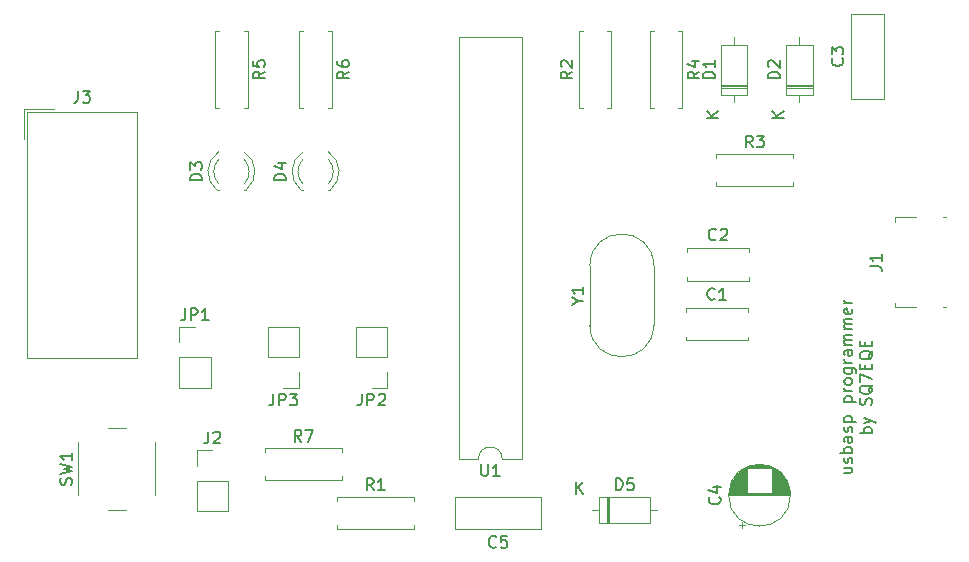
<source format=gbr>
%TF.GenerationSoftware,KiCad,Pcbnew,5.1.4-3.fc30*%
%TF.CreationDate,2019-10-13T14:14:48+02:00*%
%TF.ProjectId,usbasp,75736261-7370-42e6-9b69-6361645f7063,2.0*%
%TF.SameCoordinates,PX36f6758PY6c779b8*%
%TF.FileFunction,Legend,Top*%
%TF.FilePolarity,Positive*%
%FSLAX46Y46*%
G04 Gerber Fmt 4.6, Leading zero omitted, Abs format (unit mm)*
G04 Created by KiCad (PCBNEW 5.1.4-3.fc30) date 2019-10-13 14:14:48*
%MOMM*%
%LPD*%
G04 APERTURE LIST*
%ADD10C,0.150000*%
%ADD11C,0.120000*%
%ADD12R,2.002000X1.277000*%
%ADD13R,2.002000X2.477000*%
%ADD14R,2.202000X1.577000*%
%ADD15R,1.482000X0.552000*%
%ADD16C,1.602000*%
%ADD17C,2.102000*%
%ADD18C,1.702000*%
%ADD19R,1.702000X1.702000*%
%ADD20O,1.702000X1.702000*%
%ADD21R,1.902000X1.902000*%
%ADD22C,1.902000*%
%ADD23O,1.802000X1.802000*%
%ADD24R,1.802000X1.802000*%
%ADD25R,1.829200X1.829200*%
%ADD26O,1.829200X1.829200*%
G04 APERTURE END LIST*
D10*
X70725874Y7167147D02*
X71392540Y7167147D01*
X70725874Y6738576D02*
X71249683Y6738576D01*
X71344921Y6786195D01*
X71392540Y6881433D01*
X71392540Y7024290D01*
X71344921Y7119528D01*
X71297302Y7167147D01*
X71344921Y7595719D02*
X71392540Y7690957D01*
X71392540Y7881433D01*
X71344921Y7976671D01*
X71249683Y8024290D01*
X71202064Y8024290D01*
X71106826Y7976671D01*
X71059207Y7881433D01*
X71059207Y7738576D01*
X71011588Y7643338D01*
X70916350Y7595719D01*
X70868731Y7595719D01*
X70773493Y7643338D01*
X70725874Y7738576D01*
X70725874Y7881433D01*
X70773493Y7976671D01*
X71392540Y8452861D02*
X70392540Y8452861D01*
X70773493Y8452861D02*
X70725874Y8548100D01*
X70725874Y8738576D01*
X70773493Y8833814D01*
X70821112Y8881433D01*
X70916350Y8929052D01*
X71202064Y8929052D01*
X71297302Y8881433D01*
X71344921Y8833814D01*
X71392540Y8738576D01*
X71392540Y8548100D01*
X71344921Y8452861D01*
X71392540Y9786195D02*
X70868731Y9786195D01*
X70773493Y9738576D01*
X70725874Y9643338D01*
X70725874Y9452861D01*
X70773493Y9357623D01*
X71344921Y9786195D02*
X71392540Y9690957D01*
X71392540Y9452861D01*
X71344921Y9357623D01*
X71249683Y9310004D01*
X71154445Y9310004D01*
X71059207Y9357623D01*
X71011588Y9452861D01*
X71011588Y9690957D01*
X70963969Y9786195D01*
X71344921Y10214766D02*
X71392540Y10310004D01*
X71392540Y10500480D01*
X71344921Y10595719D01*
X71249683Y10643338D01*
X71202064Y10643338D01*
X71106826Y10595719D01*
X71059207Y10500480D01*
X71059207Y10357623D01*
X71011588Y10262385D01*
X70916350Y10214766D01*
X70868731Y10214766D01*
X70773493Y10262385D01*
X70725874Y10357623D01*
X70725874Y10500480D01*
X70773493Y10595719D01*
X70725874Y11071909D02*
X71725874Y11071909D01*
X70773493Y11071909D02*
X70725874Y11167147D01*
X70725874Y11357623D01*
X70773493Y11452861D01*
X70821112Y11500480D01*
X70916350Y11548100D01*
X71202064Y11548100D01*
X71297302Y11500480D01*
X71344921Y11452861D01*
X71392540Y11357623D01*
X71392540Y11167147D01*
X71344921Y11071909D01*
X70725874Y12738576D02*
X71725874Y12738576D01*
X70773493Y12738576D02*
X70725874Y12833814D01*
X70725874Y13024290D01*
X70773493Y13119528D01*
X70821112Y13167147D01*
X70916350Y13214766D01*
X71202064Y13214766D01*
X71297302Y13167147D01*
X71344921Y13119528D01*
X71392540Y13024290D01*
X71392540Y12833814D01*
X71344921Y12738576D01*
X71392540Y13643338D02*
X70725874Y13643338D01*
X70916350Y13643338D02*
X70821112Y13690957D01*
X70773493Y13738576D01*
X70725874Y13833814D01*
X70725874Y13929052D01*
X71392540Y14405242D02*
X71344921Y14310004D01*
X71297302Y14262385D01*
X71202064Y14214766D01*
X70916350Y14214766D01*
X70821112Y14262385D01*
X70773493Y14310004D01*
X70725874Y14405242D01*
X70725874Y14548100D01*
X70773493Y14643338D01*
X70821112Y14690957D01*
X70916350Y14738576D01*
X71202064Y14738576D01*
X71297302Y14690957D01*
X71344921Y14643338D01*
X71392540Y14548100D01*
X71392540Y14405242D01*
X70725874Y15595719D02*
X71535398Y15595719D01*
X71630636Y15548100D01*
X71678255Y15500480D01*
X71725874Y15405242D01*
X71725874Y15262385D01*
X71678255Y15167147D01*
X71344921Y15595719D02*
X71392540Y15500480D01*
X71392540Y15310004D01*
X71344921Y15214766D01*
X71297302Y15167147D01*
X71202064Y15119528D01*
X70916350Y15119528D01*
X70821112Y15167147D01*
X70773493Y15214766D01*
X70725874Y15310004D01*
X70725874Y15500480D01*
X70773493Y15595719D01*
X71392540Y16071909D02*
X70725874Y16071909D01*
X70916350Y16071909D02*
X70821112Y16119528D01*
X70773493Y16167147D01*
X70725874Y16262385D01*
X70725874Y16357623D01*
X71392540Y17119528D02*
X70868731Y17119528D01*
X70773493Y17071909D01*
X70725874Y16976671D01*
X70725874Y16786195D01*
X70773493Y16690957D01*
X71344921Y17119528D02*
X71392540Y17024290D01*
X71392540Y16786195D01*
X71344921Y16690957D01*
X71249683Y16643338D01*
X71154445Y16643338D01*
X71059207Y16690957D01*
X71011588Y16786195D01*
X71011588Y17024290D01*
X70963969Y17119528D01*
X71392540Y17595719D02*
X70725874Y17595719D01*
X70821112Y17595719D02*
X70773493Y17643338D01*
X70725874Y17738576D01*
X70725874Y17881433D01*
X70773493Y17976671D01*
X70868731Y18024290D01*
X71392540Y18024290D01*
X70868731Y18024290D02*
X70773493Y18071909D01*
X70725874Y18167147D01*
X70725874Y18310004D01*
X70773493Y18405242D01*
X70868731Y18452861D01*
X71392540Y18452861D01*
X71392540Y18929052D02*
X70725874Y18929052D01*
X70821112Y18929052D02*
X70773493Y18976671D01*
X70725874Y19071909D01*
X70725874Y19214766D01*
X70773493Y19310004D01*
X70868731Y19357623D01*
X71392540Y19357623D01*
X70868731Y19357623D02*
X70773493Y19405242D01*
X70725874Y19500480D01*
X70725874Y19643338D01*
X70773493Y19738576D01*
X70868731Y19786195D01*
X71392540Y19786195D01*
X71344921Y20643338D02*
X71392540Y20548100D01*
X71392540Y20357623D01*
X71344921Y20262385D01*
X71249683Y20214766D01*
X70868731Y20214766D01*
X70773493Y20262385D01*
X70725874Y20357623D01*
X70725874Y20548100D01*
X70773493Y20643338D01*
X70868731Y20690957D01*
X70963969Y20690957D01*
X71059207Y20214766D01*
X71392540Y21119528D02*
X70725874Y21119528D01*
X70916350Y21119528D02*
X70821112Y21167147D01*
X70773493Y21214766D01*
X70725874Y21310004D01*
X70725874Y21405242D01*
X73042540Y10119528D02*
X72042540Y10119528D01*
X72423493Y10119528D02*
X72375874Y10214766D01*
X72375874Y10405242D01*
X72423493Y10500480D01*
X72471112Y10548100D01*
X72566350Y10595719D01*
X72852064Y10595719D01*
X72947302Y10548100D01*
X72994921Y10500480D01*
X73042540Y10405242D01*
X73042540Y10214766D01*
X72994921Y10119528D01*
X72375874Y10929052D02*
X73042540Y11167147D01*
X72375874Y11405242D02*
X73042540Y11167147D01*
X73280636Y11071909D01*
X73328255Y11024290D01*
X73375874Y10929052D01*
X72994921Y12500480D02*
X73042540Y12643338D01*
X73042540Y12881433D01*
X72994921Y12976671D01*
X72947302Y13024290D01*
X72852064Y13071909D01*
X72756826Y13071909D01*
X72661588Y13024290D01*
X72613969Y12976671D01*
X72566350Y12881433D01*
X72518731Y12690957D01*
X72471112Y12595719D01*
X72423493Y12548100D01*
X72328255Y12500480D01*
X72233017Y12500480D01*
X72137779Y12548100D01*
X72090160Y12595719D01*
X72042540Y12690957D01*
X72042540Y12929052D01*
X72090160Y13071909D01*
X73137779Y14167147D02*
X73090160Y14071909D01*
X72994921Y13976671D01*
X72852064Y13833814D01*
X72804445Y13738576D01*
X72804445Y13643338D01*
X73042540Y13690957D02*
X72994921Y13595719D01*
X72899683Y13500480D01*
X72709207Y13452861D01*
X72375874Y13452861D01*
X72185398Y13500480D01*
X72090160Y13595719D01*
X72042540Y13690957D01*
X72042540Y13881433D01*
X72090160Y13976671D01*
X72185398Y14071909D01*
X72375874Y14119528D01*
X72709207Y14119528D01*
X72899683Y14071909D01*
X72994921Y13976671D01*
X73042540Y13881433D01*
X73042540Y13690957D01*
X72042540Y14452861D02*
X72042540Y15119528D01*
X73042540Y14690957D01*
X72518731Y15500480D02*
X72518731Y15833814D01*
X73042540Y15976671D02*
X73042540Y15500480D01*
X72042540Y15500480D01*
X72042540Y15976671D01*
X73137779Y17071909D02*
X73090160Y16976671D01*
X72994921Y16881433D01*
X72852064Y16738576D01*
X72804445Y16643338D01*
X72804445Y16548100D01*
X73042540Y16595719D02*
X72994921Y16500480D01*
X72899683Y16405242D01*
X72709207Y16357623D01*
X72375874Y16357623D01*
X72185398Y16405242D01*
X72090160Y16500480D01*
X72042540Y16595719D01*
X72042540Y16786195D01*
X72090160Y16881433D01*
X72185398Y16976671D01*
X72375874Y17024290D01*
X72709207Y17024290D01*
X72899683Y16976671D01*
X72994921Y16881433D01*
X73042540Y16786195D01*
X73042540Y16595719D01*
X72518731Y17452861D02*
X72518731Y17786195D01*
X73042540Y17929052D02*
X73042540Y17452861D01*
X72042540Y17452861D01*
X72042540Y17929052D01*
D11*
%TO.C,J1*%
X79326400Y20766520D02*
X79066400Y20766520D01*
X76786400Y20766520D02*
X75016400Y20766520D01*
X75016400Y20766520D02*
X75016400Y21146520D01*
X75016400Y28386520D02*
X76786400Y28386520D01*
X79066400Y28386520D02*
X79326400Y28386520D01*
X75016400Y28386520D02*
X75016400Y28006520D01*
%TO.C,Y1*%
X54585400Y24268420D02*
G75*
G03X49185400Y24268420I-2700000J0D01*
G01*
X54585400Y19268420D02*
G75*
G02X49185400Y19268420I-2700000J0D01*
G01*
X54585400Y19268420D02*
X54585400Y24268420D01*
X49185400Y19268420D02*
X49185400Y24268420D01*
%TO.C,SW1*%
X9883400Y10581120D02*
X8383400Y10581120D01*
X5883400Y9331120D02*
X5883400Y4831120D01*
X8383400Y3581120D02*
X9883400Y3581120D01*
X12383400Y4831120D02*
X12383400Y9331120D01*
%TO.C,C1*%
X57303400Y20704520D02*
X62543400Y20704520D01*
X57303400Y17964520D02*
X62543400Y17964520D01*
X57303400Y20704520D02*
X57303400Y20389520D01*
X57303400Y18279520D02*
X57303400Y17964520D01*
X62543400Y20704520D02*
X62543400Y20389520D01*
X62543400Y18279520D02*
X62543400Y17964520D01*
%TO.C,C2*%
X62654400Y23313720D02*
X62654400Y22998720D01*
X62654400Y25738720D02*
X62654400Y25423720D01*
X57414400Y23313720D02*
X57414400Y22998720D01*
X57414400Y25738720D02*
X57414400Y25423720D01*
X57414400Y22998720D02*
X62654400Y22998720D01*
X57414400Y25738720D02*
X62654400Y25738720D01*
%TO.C,C3*%
X71330400Y38376320D02*
X71330400Y45616320D01*
X74070400Y38376320D02*
X74070400Y45616320D01*
X71330400Y38376320D02*
X74070400Y38376320D01*
X71330400Y45616320D02*
X74070400Y45616320D01*
%TO.C,C4*%
X66170400Y4856120D02*
G75*
G03X66170400Y4856120I-2620000J0D01*
G01*
X60970400Y4856120D02*
X66130400Y4856120D01*
X60970400Y4896120D02*
X66130400Y4896120D01*
X60971400Y4936120D02*
X66129400Y4936120D01*
X60972400Y4976120D02*
X66128400Y4976120D01*
X60974400Y5016120D02*
X66126400Y5016120D01*
X60977400Y5056120D02*
X66123400Y5056120D01*
X60981400Y5096120D02*
X62510400Y5096120D01*
X64590400Y5096120D02*
X66119400Y5096120D01*
X60985400Y5136120D02*
X62510400Y5136120D01*
X64590400Y5136120D02*
X66115400Y5136120D01*
X60989400Y5176120D02*
X62510400Y5176120D01*
X64590400Y5176120D02*
X66111400Y5176120D01*
X60994400Y5216120D02*
X62510400Y5216120D01*
X64590400Y5216120D02*
X66106400Y5216120D01*
X61000400Y5256120D02*
X62510400Y5256120D01*
X64590400Y5256120D02*
X66100400Y5256120D01*
X61007400Y5296120D02*
X62510400Y5296120D01*
X64590400Y5296120D02*
X66093400Y5296120D01*
X61014400Y5336120D02*
X62510400Y5336120D01*
X64590400Y5336120D02*
X66086400Y5336120D01*
X61022400Y5376120D02*
X62510400Y5376120D01*
X64590400Y5376120D02*
X66078400Y5376120D01*
X61030400Y5416120D02*
X62510400Y5416120D01*
X64590400Y5416120D02*
X66070400Y5416120D01*
X61039400Y5456120D02*
X62510400Y5456120D01*
X64590400Y5456120D02*
X66061400Y5456120D01*
X61049400Y5496120D02*
X62510400Y5496120D01*
X64590400Y5496120D02*
X66051400Y5496120D01*
X61059400Y5536120D02*
X62510400Y5536120D01*
X64590400Y5536120D02*
X66041400Y5536120D01*
X61070400Y5577120D02*
X62510400Y5577120D01*
X64590400Y5577120D02*
X66030400Y5577120D01*
X61082400Y5617120D02*
X62510400Y5617120D01*
X64590400Y5617120D02*
X66018400Y5617120D01*
X61095400Y5657120D02*
X62510400Y5657120D01*
X64590400Y5657120D02*
X66005400Y5657120D01*
X61108400Y5697120D02*
X62510400Y5697120D01*
X64590400Y5697120D02*
X65992400Y5697120D01*
X61122400Y5737120D02*
X62510400Y5737120D01*
X64590400Y5737120D02*
X65978400Y5737120D01*
X61136400Y5777120D02*
X62510400Y5777120D01*
X64590400Y5777120D02*
X65964400Y5777120D01*
X61152400Y5817120D02*
X62510400Y5817120D01*
X64590400Y5817120D02*
X65948400Y5817120D01*
X61168400Y5857120D02*
X62510400Y5857120D01*
X64590400Y5857120D02*
X65932400Y5857120D01*
X61185400Y5897120D02*
X62510400Y5897120D01*
X64590400Y5897120D02*
X65915400Y5897120D01*
X61202400Y5937120D02*
X62510400Y5937120D01*
X64590400Y5937120D02*
X65898400Y5937120D01*
X61221400Y5977120D02*
X62510400Y5977120D01*
X64590400Y5977120D02*
X65879400Y5977120D01*
X61240400Y6017120D02*
X62510400Y6017120D01*
X64590400Y6017120D02*
X65860400Y6017120D01*
X61260400Y6057120D02*
X62510400Y6057120D01*
X64590400Y6057120D02*
X65840400Y6057120D01*
X61282400Y6097120D02*
X62510400Y6097120D01*
X64590400Y6097120D02*
X65818400Y6097120D01*
X61303400Y6137120D02*
X62510400Y6137120D01*
X64590400Y6137120D02*
X65797400Y6137120D01*
X61326400Y6177120D02*
X62510400Y6177120D01*
X64590400Y6177120D02*
X65774400Y6177120D01*
X61350400Y6217120D02*
X62510400Y6217120D01*
X64590400Y6217120D02*
X65750400Y6217120D01*
X61375400Y6257120D02*
X62510400Y6257120D01*
X64590400Y6257120D02*
X65725400Y6257120D01*
X61401400Y6297120D02*
X62510400Y6297120D01*
X64590400Y6297120D02*
X65699400Y6297120D01*
X61428400Y6337120D02*
X62510400Y6337120D01*
X64590400Y6337120D02*
X65672400Y6337120D01*
X61455400Y6377120D02*
X62510400Y6377120D01*
X64590400Y6377120D02*
X65645400Y6377120D01*
X61485400Y6417120D02*
X62510400Y6417120D01*
X64590400Y6417120D02*
X65615400Y6417120D01*
X61515400Y6457120D02*
X62510400Y6457120D01*
X64590400Y6457120D02*
X65585400Y6457120D01*
X61546400Y6497120D02*
X62510400Y6497120D01*
X64590400Y6497120D02*
X65554400Y6497120D01*
X61579400Y6537120D02*
X62510400Y6537120D01*
X64590400Y6537120D02*
X65521400Y6537120D01*
X61613400Y6577120D02*
X62510400Y6577120D01*
X64590400Y6577120D02*
X65487400Y6577120D01*
X61649400Y6617120D02*
X62510400Y6617120D01*
X64590400Y6617120D02*
X65451400Y6617120D01*
X61686400Y6657120D02*
X62510400Y6657120D01*
X64590400Y6657120D02*
X65414400Y6657120D01*
X61724400Y6697120D02*
X62510400Y6697120D01*
X64590400Y6697120D02*
X65376400Y6697120D01*
X61765400Y6737120D02*
X62510400Y6737120D01*
X64590400Y6737120D02*
X65335400Y6737120D01*
X61807400Y6777120D02*
X62510400Y6777120D01*
X64590400Y6777120D02*
X65293400Y6777120D01*
X61851400Y6817120D02*
X62510400Y6817120D01*
X64590400Y6817120D02*
X65249400Y6817120D01*
X61897400Y6857120D02*
X62510400Y6857120D01*
X64590400Y6857120D02*
X65203400Y6857120D01*
X61945400Y6897120D02*
X62510400Y6897120D01*
X64590400Y6897120D02*
X65155400Y6897120D01*
X61996400Y6937120D02*
X62510400Y6937120D01*
X64590400Y6937120D02*
X65104400Y6937120D01*
X62050400Y6977120D02*
X62510400Y6977120D01*
X64590400Y6977120D02*
X65050400Y6977120D01*
X62107400Y7017120D02*
X62510400Y7017120D01*
X64590400Y7017120D02*
X64993400Y7017120D01*
X62167400Y7057120D02*
X62510400Y7057120D01*
X64590400Y7057120D02*
X64933400Y7057120D01*
X62231400Y7097120D02*
X62510400Y7097120D01*
X64590400Y7097120D02*
X64869400Y7097120D01*
X62299400Y7137120D02*
X62510400Y7137120D01*
X64590400Y7137120D02*
X64801400Y7137120D01*
X62372400Y7177120D02*
X64728400Y7177120D01*
X62452400Y7217120D02*
X64648400Y7217120D01*
X62539400Y7257120D02*
X64561400Y7257120D01*
X62635400Y7297120D02*
X64465400Y7297120D01*
X62745400Y7337120D02*
X64355400Y7337120D01*
X62873400Y7377120D02*
X64227400Y7377120D01*
X63032400Y7417120D02*
X64068400Y7417120D01*
X63266400Y7457120D02*
X63834400Y7457120D01*
X62075400Y2051345D02*
X62075400Y2551345D01*
X61825400Y2301345D02*
X62325400Y2301345D01*
%TO.C,C5*%
X37792400Y1986120D02*
X37792400Y4726120D01*
X45032400Y1986120D02*
X45032400Y4726120D01*
X45032400Y4726120D02*
X37792400Y4726120D01*
X45032400Y1986120D02*
X37792400Y1986120D01*
%TO.C,D1*%
X60290400Y39366320D02*
X62530400Y39366320D01*
X60290400Y39606320D02*
X62530400Y39606320D01*
X60290400Y39486320D02*
X62530400Y39486320D01*
X61410400Y43656320D02*
X61410400Y43006320D01*
X61410400Y38116320D02*
X61410400Y38766320D01*
X60290400Y43006320D02*
X60290400Y38766320D01*
X62530400Y43006320D02*
X60290400Y43006320D01*
X62530400Y38766320D02*
X62530400Y43006320D01*
X60290400Y38766320D02*
X62530400Y38766320D01*
%TO.C,D2*%
X65810400Y38766320D02*
X68050400Y38766320D01*
X68050400Y38766320D02*
X68050400Y43006320D01*
X68050400Y43006320D02*
X65810400Y43006320D01*
X65810400Y43006320D02*
X65810400Y38766320D01*
X66930400Y38116320D02*
X66930400Y38766320D01*
X66930400Y43656320D02*
X66930400Y43006320D01*
X65810400Y39486320D02*
X68050400Y39486320D01*
X65810400Y39606320D02*
X68050400Y39606320D01*
X65810400Y39366320D02*
X68050400Y39366320D01*
%TO.C,D3*%
X17760592Y33917955D02*
G75*
G03X17603684Y30685620I1078608J-1672335D01*
G01*
X19917808Y33917955D02*
G75*
G02X20074716Y30685620I-1078608J-1672335D01*
G01*
X17759363Y33286750D02*
G75*
G03X17759200Y31204659I1079837J-1041130D01*
G01*
X19919037Y33286750D02*
G75*
G02X19919200Y31204659I-1079837J-1041130D01*
G01*
X17603200Y30685620D02*
X17759200Y30685620D01*
X19919200Y30685620D02*
X20075200Y30685620D01*
%TO.C,D4*%
X27047200Y30685620D02*
X27203200Y30685620D01*
X24731200Y30685620D02*
X24887200Y30685620D01*
X27047037Y33286750D02*
G75*
G02X27047200Y31204659I-1079837J-1041130D01*
G01*
X24887363Y33286750D02*
G75*
G03X24887200Y31204659I1079837J-1041130D01*
G01*
X27045808Y33917955D02*
G75*
G02X27202716Y30685620I-1078608J-1672335D01*
G01*
X24888592Y33917955D02*
G75*
G03X24731684Y30685620I1078608J-1672335D01*
G01*
%TO.C,D5*%
X50000400Y4726120D02*
X50000400Y2486120D01*
X50000400Y2486120D02*
X54240400Y2486120D01*
X54240400Y2486120D02*
X54240400Y4726120D01*
X54240400Y4726120D02*
X50000400Y4726120D01*
X49350400Y3606120D02*
X50000400Y3606120D01*
X54890400Y3606120D02*
X54240400Y3606120D01*
X50720400Y4726120D02*
X50720400Y2486120D01*
X50840400Y4726120D02*
X50840400Y2486120D01*
X50600400Y4726120D02*
X50600400Y2486120D01*
%TO.C,J2*%
X15891200Y8691120D02*
X17221200Y8691120D01*
X15891200Y7361120D02*
X15891200Y8691120D01*
X15891200Y6091120D02*
X18551200Y6091120D01*
X18551200Y6091120D02*
X18551200Y3491120D01*
X15891200Y6091120D02*
X15891200Y3491120D01*
X15891200Y3491120D02*
X18551200Y3491120D01*
%TO.C,J3*%
X10859900Y37285420D02*
X10859900Y16425420D01*
X10859900Y16425420D02*
X1509900Y16425420D01*
X1509900Y16425420D02*
X1509900Y37285420D01*
X1509900Y37285420D02*
X10859900Y37285420D01*
X1259900Y37535420D02*
X1259900Y34995420D01*
X1259900Y37535420D02*
X3799900Y37535420D01*
%TO.C,JP1*%
X14432500Y13920020D02*
X17092500Y13920020D01*
X14432500Y16520020D02*
X14432500Y13920020D01*
X17092500Y16520020D02*
X17092500Y13920020D01*
X14432500Y16520020D02*
X17092500Y16520020D01*
X14432500Y17790020D02*
X14432500Y19120020D01*
X14432500Y19120020D02*
X15762500Y19120020D01*
%TO.C,JP2*%
X32028400Y13910020D02*
X30698400Y13910020D01*
X32028400Y15240020D02*
X32028400Y13910020D01*
X32028400Y16510020D02*
X29368400Y16510020D01*
X29368400Y16510020D02*
X29368400Y19110020D01*
X32028400Y16510020D02*
X32028400Y19110020D01*
X32028400Y19110020D02*
X29368400Y19110020D01*
%TO.C,JP3*%
X24560500Y19110020D02*
X21900500Y19110020D01*
X24560500Y16510020D02*
X24560500Y19110020D01*
X21900500Y16510020D02*
X21900500Y19110020D01*
X24560500Y16510020D02*
X21900500Y16510020D01*
X24560500Y15240020D02*
X24560500Y13910020D01*
X24560500Y13910020D02*
X23230500Y13910020D01*
%TO.C,R1*%
X27768800Y4396120D02*
X27768800Y4726120D01*
X27768800Y4726120D02*
X34308800Y4726120D01*
X34308800Y4726120D02*
X34308800Y4396120D01*
X27768800Y2316120D02*
X27768800Y1986120D01*
X27768800Y1986120D02*
X34308800Y1986120D01*
X34308800Y1986120D02*
X34308800Y2316120D01*
%TO.C,R2*%
X50989400Y44156320D02*
X50659400Y44156320D01*
X50989400Y37616320D02*
X50989400Y44156320D01*
X50659400Y37616320D02*
X50989400Y37616320D01*
X48249400Y44156320D02*
X48579400Y44156320D01*
X48249400Y37616320D02*
X48249400Y44156320D01*
X48579400Y37616320D02*
X48249400Y37616320D01*
%TO.C,R3*%
X66409400Y31009920D02*
X66409400Y31339920D01*
X59869400Y31009920D02*
X66409400Y31009920D01*
X59869400Y31339920D02*
X59869400Y31009920D01*
X66409400Y33749920D02*
X66409400Y33419920D01*
X59869400Y33749920D02*
X66409400Y33749920D01*
X59869400Y33419920D02*
X59869400Y33749920D01*
%TO.C,R4*%
X56679400Y44156320D02*
X57009400Y44156320D01*
X57009400Y44156320D02*
X57009400Y37616320D01*
X57009400Y37616320D02*
X56679400Y37616320D01*
X54599400Y44156320D02*
X54269400Y44156320D01*
X54269400Y44156320D02*
X54269400Y37616320D01*
X54269400Y37616320D02*
X54599400Y37616320D01*
%TO.C,R5*%
X17469200Y37616320D02*
X17799200Y37616320D01*
X17469200Y44156320D02*
X17469200Y37616320D01*
X17799200Y44156320D02*
X17469200Y44156320D01*
X20209200Y37616320D02*
X19879200Y37616320D01*
X20209200Y44156320D02*
X20209200Y37616320D01*
X19879200Y44156320D02*
X20209200Y44156320D01*
%TO.C,R6*%
X27007200Y44156320D02*
X27337200Y44156320D01*
X27337200Y44156320D02*
X27337200Y37616320D01*
X27337200Y37616320D02*
X27007200Y37616320D01*
X24927200Y44156320D02*
X24597200Y44156320D01*
X24597200Y44156320D02*
X24597200Y37616320D01*
X24597200Y37616320D02*
X24927200Y37616320D01*
%TO.C,R7*%
X21647400Y8515120D02*
X21647400Y8845120D01*
X21647400Y8845120D02*
X28187400Y8845120D01*
X28187400Y8845120D02*
X28187400Y8515120D01*
X21647400Y6435120D02*
X21647400Y6105120D01*
X21647400Y6105120D02*
X28187400Y6105120D01*
X28187400Y6105120D02*
X28187400Y6435120D01*
%TO.C,U1*%
X39756400Y7931120D02*
G75*
G02X41756400Y7931120I1000000J0D01*
G01*
X41756400Y7931120D02*
X43406400Y7931120D01*
X43406400Y7931120D02*
X43406400Y43611120D01*
X43406400Y43611120D02*
X38106400Y43611120D01*
X38106400Y43611120D02*
X38106400Y7931120D01*
X38106400Y7931120D02*
X39756400Y7931120D01*
%TO.C,J1*%
D10*
X72878780Y24243187D02*
X73593066Y24243187D01*
X73735923Y24195568D01*
X73831161Y24100330D01*
X73878780Y23957473D01*
X73878780Y23862235D01*
X73878780Y25243187D02*
X73878780Y24671759D01*
X73878780Y24957473D02*
X72878780Y24957473D01*
X73021638Y24862235D01*
X73116876Y24766997D01*
X73164495Y24671759D01*
%TO.C,Y1*%
X48161590Y21292230D02*
X48637780Y21292230D01*
X47637780Y20958897D02*
X48161590Y21292230D01*
X47637780Y21625563D01*
X48637780Y22482706D02*
X48637780Y21911278D01*
X48637780Y22196992D02*
X47637780Y22196992D01*
X47780638Y22101754D01*
X47875876Y22006516D01*
X47923495Y21911278D01*
%TO.C,SW1*%
X5288161Y5747787D02*
X5335780Y5890644D01*
X5335780Y6128740D01*
X5288161Y6223978D01*
X5240542Y6271597D01*
X5145304Y6319216D01*
X5050066Y6319216D01*
X4954828Y6271597D01*
X4907209Y6223978D01*
X4859590Y6128740D01*
X4811971Y5938263D01*
X4764352Y5843025D01*
X4716733Y5795406D01*
X4621495Y5747787D01*
X4526257Y5747787D01*
X4431019Y5795406D01*
X4383400Y5843025D01*
X4335780Y5938263D01*
X4335780Y6176359D01*
X4383400Y6319216D01*
X4335780Y6652549D02*
X5335780Y6890644D01*
X4621495Y7081120D01*
X5335780Y7271597D01*
X4335780Y7509692D01*
X5335780Y8414454D02*
X5335780Y7843025D01*
X5335780Y8128740D02*
X4335780Y8128740D01*
X4478638Y8033501D01*
X4573876Y7938263D01*
X4621495Y7843025D01*
%TO.C,C1*%
X59756733Y21477378D02*
X59709114Y21429759D01*
X59566257Y21382140D01*
X59471019Y21382140D01*
X59328161Y21429759D01*
X59232923Y21524997D01*
X59185304Y21620235D01*
X59137685Y21810711D01*
X59137685Y21953568D01*
X59185304Y22144044D01*
X59232923Y22239282D01*
X59328161Y22334520D01*
X59471019Y22382140D01*
X59566257Y22382140D01*
X59709114Y22334520D01*
X59756733Y22286901D01*
X60709114Y21382140D02*
X60137685Y21382140D01*
X60423400Y21382140D02*
X60423400Y22382140D01*
X60328161Y22239282D01*
X60232923Y22144044D01*
X60137685Y22096425D01*
%TO.C,C2*%
X59867733Y26511578D02*
X59820114Y26463959D01*
X59677257Y26416340D01*
X59582019Y26416340D01*
X59439161Y26463959D01*
X59343923Y26559197D01*
X59296304Y26654435D01*
X59248685Y26844911D01*
X59248685Y26987768D01*
X59296304Y27178244D01*
X59343923Y27273482D01*
X59439161Y27368720D01*
X59582019Y27416340D01*
X59677257Y27416340D01*
X59820114Y27368720D01*
X59867733Y27321101D01*
X60248685Y27321101D02*
X60296304Y27368720D01*
X60391542Y27416340D01*
X60629638Y27416340D01*
X60724876Y27368720D01*
X60772495Y27321101D01*
X60820114Y27225863D01*
X60820114Y27130625D01*
X60772495Y26987768D01*
X60201066Y26416340D01*
X60820114Y26416340D01*
%TO.C,C3*%
X70557542Y41829654D02*
X70605161Y41782035D01*
X70652780Y41639178D01*
X70652780Y41543940D01*
X70605161Y41401082D01*
X70509923Y41305844D01*
X70414685Y41258225D01*
X70224209Y41210606D01*
X70081352Y41210606D01*
X69890876Y41258225D01*
X69795638Y41305844D01*
X69700400Y41401082D01*
X69652780Y41543940D01*
X69652780Y41639178D01*
X69700400Y41782035D01*
X69748019Y41829654D01*
X69652780Y42162987D02*
X69652780Y42782035D01*
X70033733Y42448701D01*
X70033733Y42591559D01*
X70081352Y42686797D01*
X70128971Y42734416D01*
X70224209Y42782035D01*
X70462304Y42782035D01*
X70557542Y42734416D01*
X70605161Y42686797D01*
X70652780Y42591559D01*
X70652780Y42305844D01*
X70605161Y42210606D01*
X70557542Y42162987D01*
%TO.C,C4*%
X60157542Y4689454D02*
X60205161Y4641835D01*
X60252780Y4498978D01*
X60252780Y4403740D01*
X60205161Y4260882D01*
X60109923Y4165644D01*
X60014685Y4118025D01*
X59824209Y4070406D01*
X59681352Y4070406D01*
X59490876Y4118025D01*
X59395638Y4165644D01*
X59300400Y4260882D01*
X59252780Y4403740D01*
X59252780Y4498978D01*
X59300400Y4641835D01*
X59348019Y4689454D01*
X59586114Y5546597D02*
X60252780Y5546597D01*
X59205161Y5308501D02*
X59919447Y5070406D01*
X59919447Y5689454D01*
%TO.C,C5*%
X41245733Y498978D02*
X41198114Y451359D01*
X41055257Y403740D01*
X40960019Y403740D01*
X40817161Y451359D01*
X40721923Y546597D01*
X40674304Y641835D01*
X40626685Y832311D01*
X40626685Y975168D01*
X40674304Y1165644D01*
X40721923Y1260882D01*
X40817161Y1356120D01*
X40960019Y1403740D01*
X41055257Y1403740D01*
X41198114Y1356120D01*
X41245733Y1308501D01*
X42150495Y1403740D02*
X41674304Y1403740D01*
X41626685Y927549D01*
X41674304Y975168D01*
X41769542Y1022787D01*
X42007638Y1022787D01*
X42102876Y975168D01*
X42150495Y927549D01*
X42198114Y832311D01*
X42198114Y594216D01*
X42150495Y498978D01*
X42102876Y451359D01*
X42007638Y403740D01*
X41769542Y403740D01*
X41674304Y451359D01*
X41626685Y498978D01*
%TO.C,D1*%
X59742780Y40148225D02*
X58742780Y40148225D01*
X58742780Y40386320D01*
X58790400Y40529178D01*
X58885638Y40624416D01*
X58980876Y40672035D01*
X59171352Y40719654D01*
X59314209Y40719654D01*
X59504685Y40672035D01*
X59599923Y40624416D01*
X59695161Y40529178D01*
X59742780Y40386320D01*
X59742780Y40148225D01*
X59742780Y41672035D02*
X59742780Y41100606D01*
X59742780Y41386320D02*
X58742780Y41386320D01*
X58885638Y41291082D01*
X58980876Y41195844D01*
X59028495Y41100606D01*
X60062780Y36814416D02*
X59062780Y36814416D01*
X60062780Y37385844D02*
X59491352Y36957273D01*
X59062780Y37385844D02*
X59634209Y36814416D01*
%TO.C,D2*%
X65262780Y40148225D02*
X64262780Y40148225D01*
X64262780Y40386320D01*
X64310400Y40529178D01*
X64405638Y40624416D01*
X64500876Y40672035D01*
X64691352Y40719654D01*
X64834209Y40719654D01*
X65024685Y40672035D01*
X65119923Y40624416D01*
X65215161Y40529178D01*
X65262780Y40386320D01*
X65262780Y40148225D01*
X64358019Y41100606D02*
X64310400Y41148225D01*
X64262780Y41243463D01*
X64262780Y41481559D01*
X64310400Y41576797D01*
X64358019Y41624416D01*
X64453257Y41672035D01*
X64548495Y41672035D01*
X64691352Y41624416D01*
X65262780Y41052987D01*
X65262780Y41672035D01*
X65582780Y36814416D02*
X64582780Y36814416D01*
X65582780Y37385844D02*
X65011352Y36957273D01*
X64582780Y37385844D02*
X65154209Y36814416D01*
%TO.C,D3*%
X16331580Y31507525D02*
X15331580Y31507525D01*
X15331580Y31745620D01*
X15379200Y31888478D01*
X15474438Y31983716D01*
X15569676Y32031335D01*
X15760152Y32078954D01*
X15903009Y32078954D01*
X16093485Y32031335D01*
X16188723Y31983716D01*
X16283961Y31888478D01*
X16331580Y31745620D01*
X16331580Y31507525D01*
X15331580Y32412287D02*
X15331580Y33031335D01*
X15712533Y32698001D01*
X15712533Y32840859D01*
X15760152Y32936097D01*
X15807771Y32983716D01*
X15903009Y33031335D01*
X16141104Y33031335D01*
X16236342Y32983716D01*
X16283961Y32936097D01*
X16331580Y32840859D01*
X16331580Y32555144D01*
X16283961Y32459906D01*
X16236342Y32412287D01*
%TO.C,D4*%
X23459580Y31507525D02*
X22459580Y31507525D01*
X22459580Y31745620D01*
X22507200Y31888478D01*
X22602438Y31983716D01*
X22697676Y32031335D01*
X22888152Y32078954D01*
X23031009Y32078954D01*
X23221485Y32031335D01*
X23316723Y31983716D01*
X23411961Y31888478D01*
X23459580Y31745620D01*
X23459580Y31507525D01*
X22792914Y32936097D02*
X23459580Y32936097D01*
X22411961Y32698001D02*
X23126247Y32459906D01*
X23126247Y33078954D01*
%TO.C,D5*%
X51382304Y5273740D02*
X51382304Y6273740D01*
X51620400Y6273740D01*
X51763257Y6226120D01*
X51858495Y6130882D01*
X51906114Y6035644D01*
X51953733Y5845168D01*
X51953733Y5702311D01*
X51906114Y5511835D01*
X51858495Y5416597D01*
X51763257Y5321359D01*
X51620400Y5273740D01*
X51382304Y5273740D01*
X52858495Y6273740D02*
X52382304Y6273740D01*
X52334685Y5797549D01*
X52382304Y5845168D01*
X52477542Y5892787D01*
X52715638Y5892787D01*
X52810876Y5845168D01*
X52858495Y5797549D01*
X52906114Y5702311D01*
X52906114Y5464216D01*
X52858495Y5368978D01*
X52810876Y5321359D01*
X52715638Y5273740D01*
X52477542Y5273740D01*
X52382304Y5321359D01*
X52334685Y5368978D01*
X48048495Y4953740D02*
X48048495Y5953740D01*
X48619923Y4953740D02*
X48191352Y5525168D01*
X48619923Y5953740D02*
X48048495Y5382311D01*
%TO.C,J2*%
X16887866Y10238740D02*
X16887866Y9524454D01*
X16840247Y9381597D01*
X16745009Y9286359D01*
X16602152Y9238740D01*
X16506914Y9238740D01*
X17316438Y10143501D02*
X17364057Y10191120D01*
X17459295Y10238740D01*
X17697390Y10238740D01*
X17792628Y10191120D01*
X17840247Y10143501D01*
X17887866Y10048263D01*
X17887866Y9953025D01*
X17840247Y9810168D01*
X17268819Y9238740D01*
X17887866Y9238740D01*
%TO.C,J3*%
X5851566Y39087040D02*
X5851566Y38372754D01*
X5803947Y38229897D01*
X5708709Y38134659D01*
X5565852Y38087040D01*
X5470614Y38087040D01*
X6232519Y39087040D02*
X6851566Y39087040D01*
X6518233Y38706087D01*
X6661090Y38706087D01*
X6756328Y38658468D01*
X6803947Y38610849D01*
X6851566Y38515611D01*
X6851566Y38277516D01*
X6803947Y38182278D01*
X6756328Y38134659D01*
X6661090Y38087040D01*
X6375376Y38087040D01*
X6280138Y38134659D01*
X6232519Y38182278D01*
%TO.C,JP1*%
X14929166Y20667640D02*
X14929166Y19953354D01*
X14881547Y19810497D01*
X14786309Y19715259D01*
X14643452Y19667640D01*
X14548214Y19667640D01*
X15405357Y19667640D02*
X15405357Y20667640D01*
X15786309Y20667640D01*
X15881547Y20620020D01*
X15929166Y20572401D01*
X15976785Y20477163D01*
X15976785Y20334306D01*
X15929166Y20239068D01*
X15881547Y20191449D01*
X15786309Y20143830D01*
X15405357Y20143830D01*
X16929166Y19667640D02*
X16357738Y19667640D01*
X16643452Y19667640D02*
X16643452Y20667640D01*
X16548214Y20524782D01*
X16452976Y20429544D01*
X16357738Y20381925D01*
%TO.C,JP2*%
X29865066Y13457640D02*
X29865066Y12743354D01*
X29817447Y12600497D01*
X29722209Y12505259D01*
X29579352Y12457640D01*
X29484114Y12457640D01*
X30341257Y12457640D02*
X30341257Y13457640D01*
X30722209Y13457640D01*
X30817447Y13410020D01*
X30865066Y13362401D01*
X30912685Y13267163D01*
X30912685Y13124306D01*
X30865066Y13029068D01*
X30817447Y12981449D01*
X30722209Y12933830D01*
X30341257Y12933830D01*
X31293638Y13362401D02*
X31341257Y13410020D01*
X31436495Y13457640D01*
X31674590Y13457640D01*
X31769828Y13410020D01*
X31817447Y13362401D01*
X31865066Y13267163D01*
X31865066Y13171925D01*
X31817447Y13029068D01*
X31246019Y12457640D01*
X31865066Y12457640D01*
%TO.C,JP3*%
X22397166Y13457640D02*
X22397166Y12743354D01*
X22349547Y12600497D01*
X22254309Y12505259D01*
X22111452Y12457640D01*
X22016214Y12457640D01*
X22873357Y12457640D02*
X22873357Y13457640D01*
X23254309Y13457640D01*
X23349547Y13410020D01*
X23397166Y13362401D01*
X23444785Y13267163D01*
X23444785Y13124306D01*
X23397166Y13029068D01*
X23349547Y12981449D01*
X23254309Y12933830D01*
X22873357Y12933830D01*
X23778119Y13457640D02*
X24397166Y13457640D01*
X24063833Y13076687D01*
X24206690Y13076687D01*
X24301928Y13029068D01*
X24349547Y12981449D01*
X24397166Y12886211D01*
X24397166Y12648116D01*
X24349547Y12552878D01*
X24301928Y12505259D01*
X24206690Y12457640D01*
X23920976Y12457640D01*
X23825738Y12505259D01*
X23778119Y12552878D01*
%TO.C,R1*%
X30872133Y5273740D02*
X30538800Y5749930D01*
X30300704Y5273740D02*
X30300704Y6273740D01*
X30681657Y6273740D01*
X30776895Y6226120D01*
X30824514Y6178501D01*
X30872133Y6083263D01*
X30872133Y5940406D01*
X30824514Y5845168D01*
X30776895Y5797549D01*
X30681657Y5749930D01*
X30300704Y5749930D01*
X31824514Y5273740D02*
X31253085Y5273740D01*
X31538800Y5273740D02*
X31538800Y6273740D01*
X31443561Y6130882D01*
X31348323Y6035644D01*
X31253085Y5988025D01*
%TO.C,R2*%
X47701780Y40719654D02*
X47225590Y40386320D01*
X47701780Y40148225D02*
X46701780Y40148225D01*
X46701780Y40529178D01*
X46749400Y40624416D01*
X46797019Y40672035D01*
X46892257Y40719654D01*
X47035114Y40719654D01*
X47130352Y40672035D01*
X47177971Y40624416D01*
X47225590Y40529178D01*
X47225590Y40148225D01*
X46797019Y41100606D02*
X46749400Y41148225D01*
X46701780Y41243463D01*
X46701780Y41481559D01*
X46749400Y41576797D01*
X46797019Y41624416D01*
X46892257Y41672035D01*
X46987495Y41672035D01*
X47130352Y41624416D01*
X47701780Y41052987D01*
X47701780Y41672035D01*
%TO.C,R3*%
X62972733Y34297540D02*
X62639400Y34773730D01*
X62401304Y34297540D02*
X62401304Y35297540D01*
X62782257Y35297540D01*
X62877495Y35249920D01*
X62925114Y35202301D01*
X62972733Y35107063D01*
X62972733Y34964206D01*
X62925114Y34868968D01*
X62877495Y34821349D01*
X62782257Y34773730D01*
X62401304Y34773730D01*
X63306066Y35297540D02*
X63925114Y35297540D01*
X63591780Y34916587D01*
X63734638Y34916587D01*
X63829876Y34868968D01*
X63877495Y34821349D01*
X63925114Y34726111D01*
X63925114Y34488016D01*
X63877495Y34392778D01*
X63829876Y34345159D01*
X63734638Y34297540D01*
X63448923Y34297540D01*
X63353685Y34345159D01*
X63306066Y34392778D01*
%TO.C,R4*%
X58461780Y40719654D02*
X57985590Y40386320D01*
X58461780Y40148225D02*
X57461780Y40148225D01*
X57461780Y40529178D01*
X57509400Y40624416D01*
X57557019Y40672035D01*
X57652257Y40719654D01*
X57795114Y40719654D01*
X57890352Y40672035D01*
X57937971Y40624416D01*
X57985590Y40529178D01*
X57985590Y40148225D01*
X57795114Y41576797D02*
X58461780Y41576797D01*
X57414161Y41338701D02*
X58128447Y41100606D01*
X58128447Y41719654D01*
%TO.C,R5*%
X21661580Y40719654D02*
X21185390Y40386320D01*
X21661580Y40148225D02*
X20661580Y40148225D01*
X20661580Y40529178D01*
X20709200Y40624416D01*
X20756819Y40672035D01*
X20852057Y40719654D01*
X20994914Y40719654D01*
X21090152Y40672035D01*
X21137771Y40624416D01*
X21185390Y40529178D01*
X21185390Y40148225D01*
X20661580Y41624416D02*
X20661580Y41148225D01*
X21137771Y41100606D01*
X21090152Y41148225D01*
X21042533Y41243463D01*
X21042533Y41481559D01*
X21090152Y41576797D01*
X21137771Y41624416D01*
X21233009Y41672035D01*
X21471104Y41672035D01*
X21566342Y41624416D01*
X21613961Y41576797D01*
X21661580Y41481559D01*
X21661580Y41243463D01*
X21613961Y41148225D01*
X21566342Y41100606D01*
%TO.C,R6*%
X28789580Y40719654D02*
X28313390Y40386320D01*
X28789580Y40148225D02*
X27789580Y40148225D01*
X27789580Y40529178D01*
X27837200Y40624416D01*
X27884819Y40672035D01*
X27980057Y40719654D01*
X28122914Y40719654D01*
X28218152Y40672035D01*
X28265771Y40624416D01*
X28313390Y40529178D01*
X28313390Y40148225D01*
X27789580Y41576797D02*
X27789580Y41386320D01*
X27837200Y41291082D01*
X27884819Y41243463D01*
X28027676Y41148225D01*
X28218152Y41100606D01*
X28599104Y41100606D01*
X28694342Y41148225D01*
X28741961Y41195844D01*
X28789580Y41291082D01*
X28789580Y41481559D01*
X28741961Y41576797D01*
X28694342Y41624416D01*
X28599104Y41672035D01*
X28361009Y41672035D01*
X28265771Y41624416D01*
X28218152Y41576797D01*
X28170533Y41481559D01*
X28170533Y41291082D01*
X28218152Y41195844D01*
X28265771Y41148225D01*
X28361009Y41100606D01*
%TO.C,R7*%
X24750733Y9392740D02*
X24417400Y9868930D01*
X24179304Y9392740D02*
X24179304Y10392740D01*
X24560257Y10392740D01*
X24655495Y10345120D01*
X24703114Y10297501D01*
X24750733Y10202263D01*
X24750733Y10059406D01*
X24703114Y9964168D01*
X24655495Y9916549D01*
X24560257Y9868930D01*
X24179304Y9868930D01*
X25084066Y10392740D02*
X25750733Y10392740D01*
X25322161Y9392740D01*
%TO.C,U1*%
X39994495Y7478740D02*
X39994495Y6669216D01*
X40042114Y6573978D01*
X40089733Y6526359D01*
X40184971Y6478740D01*
X40375447Y6478740D01*
X40470685Y6526359D01*
X40518304Y6573978D01*
X40565923Y6669216D01*
X40565923Y7478740D01*
X41565923Y6478740D02*
X40994495Y6478740D01*
X41280209Y6478740D02*
X41280209Y7478740D01*
X41184971Y7335882D01*
X41089733Y7240644D01*
X40994495Y7193025D01*
%TD*%
%LPC*%
D12*
%TO.C,J1*%
X77926400Y25416520D03*
X77926400Y23736520D03*
D13*
X77926400Y27486520D03*
X77926400Y21666520D03*
D14*
X75626400Y27039020D03*
X75626400Y22114020D03*
D15*
X75266400Y25876520D03*
X75266400Y25226520D03*
X75266400Y24576520D03*
X75266400Y23926520D03*
X75266400Y23276520D03*
%TD*%
D16*
%TO.C,Y1*%
X51885400Y24268420D03*
X51885400Y19268420D03*
%TD*%
D17*
%TO.C,SW1*%
X6883400Y10331120D03*
X11383400Y10331120D03*
X6883400Y3831120D03*
X11383400Y3831120D03*
%TD*%
D18*
%TO.C,C1*%
X57423400Y19334520D03*
X62423400Y19334520D03*
%TD*%
%TO.C,C2*%
X62534400Y24368720D03*
X57534400Y24368720D03*
%TD*%
%TO.C,C3*%
X72700400Y39496320D03*
X72700400Y44496320D03*
%TD*%
D19*
%TO.C,C4*%
X63550400Y3606120D03*
D18*
X63550400Y6106120D03*
%TD*%
%TO.C,C5*%
X38912400Y3356120D03*
X43912400Y3356120D03*
%TD*%
D20*
%TO.C,D1*%
X61410400Y44696320D03*
D19*
X61410400Y37076320D03*
%TD*%
%TO.C,D2*%
X66930400Y37076320D03*
D20*
X66930400Y44696320D03*
%TD*%
D21*
%TO.C,D3*%
X18839200Y30975620D03*
D22*
X18839200Y33515620D03*
%TD*%
%TO.C,D4*%
X25967200Y33515620D03*
D21*
X25967200Y30975620D03*
%TD*%
D19*
%TO.C,D5*%
X48310400Y3606120D03*
D20*
X55930400Y3606120D03*
%TD*%
D23*
%TO.C,J2*%
X17221200Y4821120D03*
D24*
X17221200Y7361120D03*
%TD*%
D25*
%TO.C,J3*%
X4914900Y31935420D03*
D26*
X7454900Y31935420D03*
X4914900Y29395420D03*
X7454900Y29395420D03*
X4914900Y26855420D03*
X7454900Y26855420D03*
X4914900Y24315420D03*
X7454900Y24315420D03*
X4914900Y21775420D03*
X7454900Y21775420D03*
%TD*%
D24*
%TO.C,JP1*%
X15762500Y17790020D03*
D23*
X15762500Y15250020D03*
%TD*%
%TO.C,JP2*%
X30698400Y17780020D03*
D24*
X30698400Y15240020D03*
%TD*%
%TO.C,JP3*%
X23230500Y15240020D03*
D23*
X23230500Y17780020D03*
%TD*%
D18*
%TO.C,R1*%
X27228800Y3356120D03*
D20*
X34848800Y3356120D03*
%TD*%
%TO.C,R2*%
X49619400Y44696320D03*
D18*
X49619400Y37076320D03*
%TD*%
D20*
%TO.C,R3*%
X66949400Y32379920D03*
D18*
X59329400Y32379920D03*
%TD*%
%TO.C,R4*%
X55639400Y44696320D03*
D20*
X55639400Y37076320D03*
%TD*%
%TO.C,R5*%
X18839200Y37076320D03*
D18*
X18839200Y44696320D03*
%TD*%
%TO.C,R6*%
X25967200Y44696320D03*
D20*
X25967200Y37076320D03*
%TD*%
D18*
%TO.C,R7*%
X21107400Y7475120D03*
D20*
X28727400Y7475120D03*
%TD*%
D19*
%TO.C,U1*%
X44566400Y9261120D03*
D20*
X36946400Y42281120D03*
X44566400Y11801120D03*
X36946400Y39741120D03*
X44566400Y14341120D03*
X36946400Y37201120D03*
X44566400Y16881120D03*
X36946400Y34661120D03*
X44566400Y19421120D03*
X36946400Y32121120D03*
X44566400Y21961120D03*
X36946400Y29581120D03*
X44566400Y24501120D03*
X36946400Y27041120D03*
X44566400Y27041120D03*
X36946400Y24501120D03*
X44566400Y29581120D03*
X36946400Y21961120D03*
X44566400Y32121120D03*
X36946400Y19421120D03*
X44566400Y34661120D03*
X36946400Y16881120D03*
X44566400Y37201120D03*
X36946400Y14341120D03*
X44566400Y39741120D03*
X36946400Y11801120D03*
X44566400Y42281120D03*
X36946400Y9261120D03*
%TD*%
M02*

</source>
